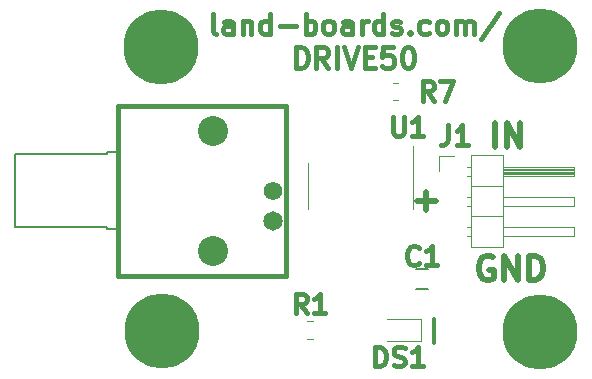
<source format=gto>
%TF.GenerationSoftware,KiCad,Pcbnew,(6.0.1)*%
%TF.CreationDate,2022-07-06T10:53:35-04:00*%
%TF.ProjectId,DRIVE50,44524956-4535-4302-9e6b-696361645f70,1*%
%TF.SameCoordinates,Original*%
%TF.FileFunction,Legend,Top*%
%TF.FilePolarity,Positive*%
%FSLAX46Y46*%
G04 Gerber Fmt 4.6, Leading zero omitted, Abs format (unit mm)*
G04 Created by KiCad (PCBNEW (6.0.1)) date 2022-07-06 10:53:35*
%MOMM*%
%LPD*%
G01*
G04 APERTURE LIST*
%ADD10C,0.350000*%
%ADD11C,0.508000*%
%ADD12C,0.437500*%
%ADD13C,0.381000*%
%ADD14C,0.120000*%
%ADD15C,0.150000*%
%ADD16C,2.540000*%
%ADD17C,1.574800*%
%ADD18C,1.651000*%
%ADD19C,6.350000*%
G04 APERTURE END LIST*
D10*
X143250000Y-115250000D02*
X143250000Y-117250000D01*
D11*
X141833904Y-105264142D02*
X143382095Y-105264142D01*
X142608000Y-106038238D02*
X142608000Y-104490047D01*
X148435619Y-100704238D02*
X148435619Y-98672238D01*
X149403238Y-100704238D02*
X149403238Y-98672238D01*
X150564380Y-100704238D01*
X150564380Y-98672238D01*
X148201809Y-109984000D02*
X148008285Y-109887238D01*
X147718000Y-109887238D01*
X147427714Y-109984000D01*
X147234190Y-110177523D01*
X147137428Y-110371047D01*
X147040666Y-110758095D01*
X147040666Y-111048380D01*
X147137428Y-111435428D01*
X147234190Y-111628952D01*
X147427714Y-111822476D01*
X147718000Y-111919238D01*
X147911523Y-111919238D01*
X148201809Y-111822476D01*
X148298571Y-111725714D01*
X148298571Y-111048380D01*
X147911523Y-111048380D01*
X149169428Y-111919238D02*
X149169428Y-109887238D01*
X150330571Y-111919238D01*
X150330571Y-109887238D01*
X151298190Y-111919238D02*
X151298190Y-109887238D01*
X151782000Y-109887238D01*
X152072285Y-109984000D01*
X152265809Y-110177523D01*
X152362571Y-110371047D01*
X152459333Y-110758095D01*
X152459333Y-111048380D01*
X152362571Y-111435428D01*
X152265809Y-111628952D01*
X152072285Y-111822476D01*
X151782000Y-111919238D01*
X151298190Y-111919238D01*
D12*
X124791666Y-91132916D02*
X124625000Y-91049583D01*
X124541666Y-90882916D01*
X124541666Y-89382916D01*
X126208333Y-91132916D02*
X126208333Y-90216250D01*
X126125000Y-90049583D01*
X125958333Y-89966250D01*
X125625000Y-89966250D01*
X125458333Y-90049583D01*
X126208333Y-91049583D02*
X126041666Y-91132916D01*
X125625000Y-91132916D01*
X125458333Y-91049583D01*
X125375000Y-90882916D01*
X125375000Y-90716250D01*
X125458333Y-90549583D01*
X125625000Y-90466250D01*
X126041666Y-90466250D01*
X126208333Y-90382916D01*
X127041666Y-89966250D02*
X127041666Y-91132916D01*
X127041666Y-90132916D02*
X127125000Y-90049583D01*
X127291666Y-89966250D01*
X127541666Y-89966250D01*
X127708333Y-90049583D01*
X127791666Y-90216250D01*
X127791666Y-91132916D01*
X129375000Y-91132916D02*
X129375000Y-89382916D01*
X129375000Y-91049583D02*
X129208333Y-91132916D01*
X128875000Y-91132916D01*
X128708333Y-91049583D01*
X128625000Y-90966250D01*
X128541666Y-90799583D01*
X128541666Y-90299583D01*
X128625000Y-90132916D01*
X128708333Y-90049583D01*
X128875000Y-89966250D01*
X129208333Y-89966250D01*
X129375000Y-90049583D01*
X130208333Y-90466250D02*
X131541666Y-90466250D01*
X132375000Y-91132916D02*
X132375000Y-89382916D01*
X132375000Y-90049583D02*
X132541666Y-89966250D01*
X132875000Y-89966250D01*
X133041666Y-90049583D01*
X133125000Y-90132916D01*
X133208333Y-90299583D01*
X133208333Y-90799583D01*
X133125000Y-90966250D01*
X133041666Y-91049583D01*
X132875000Y-91132916D01*
X132541666Y-91132916D01*
X132375000Y-91049583D01*
X134208333Y-91132916D02*
X134041666Y-91049583D01*
X133958333Y-90966250D01*
X133875000Y-90799583D01*
X133875000Y-90299583D01*
X133958333Y-90132916D01*
X134041666Y-90049583D01*
X134208333Y-89966250D01*
X134458333Y-89966250D01*
X134625000Y-90049583D01*
X134708333Y-90132916D01*
X134791666Y-90299583D01*
X134791666Y-90799583D01*
X134708333Y-90966250D01*
X134625000Y-91049583D01*
X134458333Y-91132916D01*
X134208333Y-91132916D01*
X136291666Y-91132916D02*
X136291666Y-90216250D01*
X136208333Y-90049583D01*
X136041666Y-89966250D01*
X135708333Y-89966250D01*
X135541666Y-90049583D01*
X136291666Y-91049583D02*
X136125000Y-91132916D01*
X135708333Y-91132916D01*
X135541666Y-91049583D01*
X135458333Y-90882916D01*
X135458333Y-90716250D01*
X135541666Y-90549583D01*
X135708333Y-90466250D01*
X136125000Y-90466250D01*
X136291666Y-90382916D01*
X137125000Y-91132916D02*
X137125000Y-89966250D01*
X137125000Y-90299583D02*
X137208333Y-90132916D01*
X137291666Y-90049583D01*
X137458333Y-89966250D01*
X137625000Y-89966250D01*
X138958333Y-91132916D02*
X138958333Y-89382916D01*
X138958333Y-91049583D02*
X138791666Y-91132916D01*
X138458333Y-91132916D01*
X138291666Y-91049583D01*
X138208333Y-90966250D01*
X138125000Y-90799583D01*
X138125000Y-90299583D01*
X138208333Y-90132916D01*
X138291666Y-90049583D01*
X138458333Y-89966250D01*
X138791666Y-89966250D01*
X138958333Y-90049583D01*
X139708333Y-91049583D02*
X139875000Y-91132916D01*
X140208333Y-91132916D01*
X140375000Y-91049583D01*
X140458333Y-90882916D01*
X140458333Y-90799583D01*
X140375000Y-90632916D01*
X140208333Y-90549583D01*
X139958333Y-90549583D01*
X139791666Y-90466250D01*
X139708333Y-90299583D01*
X139708333Y-90216250D01*
X139791666Y-90049583D01*
X139958333Y-89966250D01*
X140208333Y-89966250D01*
X140375000Y-90049583D01*
X141208333Y-90966250D02*
X141291666Y-91049583D01*
X141208333Y-91132916D01*
X141125000Y-91049583D01*
X141208333Y-90966250D01*
X141208333Y-91132916D01*
X142791666Y-91049583D02*
X142625000Y-91132916D01*
X142291666Y-91132916D01*
X142125000Y-91049583D01*
X142041666Y-90966250D01*
X141958333Y-90799583D01*
X141958333Y-90299583D01*
X142041666Y-90132916D01*
X142125000Y-90049583D01*
X142291666Y-89966250D01*
X142625000Y-89966250D01*
X142791666Y-90049583D01*
X143791666Y-91132916D02*
X143625000Y-91049583D01*
X143541666Y-90966250D01*
X143458333Y-90799583D01*
X143458333Y-90299583D01*
X143541666Y-90132916D01*
X143625000Y-90049583D01*
X143791666Y-89966250D01*
X144041666Y-89966250D01*
X144208333Y-90049583D01*
X144291666Y-90132916D01*
X144375000Y-90299583D01*
X144375000Y-90799583D01*
X144291666Y-90966250D01*
X144208333Y-91049583D01*
X144041666Y-91132916D01*
X143791666Y-91132916D01*
X145125000Y-91132916D02*
X145125000Y-89966250D01*
X145125000Y-90132916D02*
X145208333Y-90049583D01*
X145375000Y-89966250D01*
X145625000Y-89966250D01*
X145791666Y-90049583D01*
X145875000Y-90216250D01*
X145875000Y-91132916D01*
X145875000Y-90216250D02*
X145958333Y-90049583D01*
X146125000Y-89966250D01*
X146375000Y-89966250D01*
X146541666Y-90049583D01*
X146625000Y-90216250D01*
X146625000Y-91132916D01*
X148708333Y-89299583D02*
X147208333Y-91549583D01*
X131541666Y-93950416D02*
X131541666Y-92200416D01*
X131958333Y-92200416D01*
X132208333Y-92283750D01*
X132375000Y-92450416D01*
X132458333Y-92617083D01*
X132541666Y-92950416D01*
X132541666Y-93200416D01*
X132458333Y-93533750D01*
X132375000Y-93700416D01*
X132208333Y-93867083D01*
X131958333Y-93950416D01*
X131541666Y-93950416D01*
X134291666Y-93950416D02*
X133708333Y-93117083D01*
X133291666Y-93950416D02*
X133291666Y-92200416D01*
X133958333Y-92200416D01*
X134125000Y-92283750D01*
X134208333Y-92367083D01*
X134291666Y-92533750D01*
X134291666Y-92783750D01*
X134208333Y-92950416D01*
X134125000Y-93033750D01*
X133958333Y-93117083D01*
X133291666Y-93117083D01*
X135041666Y-93950416D02*
X135041666Y-92200416D01*
X135625000Y-92200416D02*
X136208333Y-93950416D01*
X136791666Y-92200416D01*
X137375000Y-93033750D02*
X137958333Y-93033750D01*
X138208333Y-93950416D02*
X137375000Y-93950416D01*
X137375000Y-92200416D01*
X138208333Y-92200416D01*
X139791666Y-92200416D02*
X138958333Y-92200416D01*
X138875000Y-93033750D01*
X138958333Y-92950416D01*
X139125000Y-92867083D01*
X139541666Y-92867083D01*
X139708333Y-92950416D01*
X139791666Y-93033750D01*
X139875000Y-93200416D01*
X139875000Y-93617083D01*
X139791666Y-93783750D01*
X139708333Y-93867083D01*
X139541666Y-93950416D01*
X139125000Y-93950416D01*
X138958333Y-93867083D01*
X138875000Y-93783750D01*
X140958333Y-92200416D02*
X141125000Y-92200416D01*
X141291666Y-92283750D01*
X141375000Y-92367083D01*
X141458333Y-92533750D01*
X141541666Y-92867083D01*
X141541666Y-93283750D01*
X141458333Y-93617083D01*
X141375000Y-93783750D01*
X141291666Y-93867083D01*
X141125000Y-93950416D01*
X140958333Y-93950416D01*
X140791666Y-93867083D01*
X140708333Y-93783750D01*
X140625000Y-93617083D01*
X140541666Y-93283750D01*
X140541666Y-92867083D01*
X140625000Y-92533750D01*
X140708333Y-92367083D01*
X140791666Y-92283750D01*
X140958333Y-92200416D01*
D13*
%TO.C,U1*%
X139742095Y-98095880D02*
X139742095Y-99432404D01*
X139820714Y-99589642D01*
X139899333Y-99668261D01*
X140056571Y-99746880D01*
X140371047Y-99746880D01*
X140528285Y-99668261D01*
X140606904Y-99589642D01*
X140685523Y-99432404D01*
X140685523Y-98095880D01*
X142336523Y-99746880D02*
X141393095Y-99746880D01*
X141864809Y-99746880D02*
X141864809Y-98095880D01*
X141707571Y-98331738D01*
X141550333Y-98488976D01*
X141393095Y-98567595D01*
%TO.C,C1*%
X141951833Y-110534642D02*
X141873214Y-110613261D01*
X141637357Y-110691880D01*
X141480119Y-110691880D01*
X141244261Y-110613261D01*
X141087023Y-110456023D01*
X141008404Y-110298785D01*
X140929785Y-109984309D01*
X140929785Y-109748452D01*
X141008404Y-109433976D01*
X141087023Y-109276738D01*
X141244261Y-109119500D01*
X141480119Y-109040880D01*
X141637357Y-109040880D01*
X141873214Y-109119500D01*
X141951833Y-109198119D01*
X143524214Y-110691880D02*
X142580785Y-110691880D01*
X143052500Y-110691880D02*
X143052500Y-109040880D01*
X142895261Y-109276738D01*
X142738023Y-109433976D01*
X142580785Y-109512595D01*
%TO.C,DS1*%
X138245214Y-119246880D02*
X138245214Y-117595880D01*
X138638309Y-117595880D01*
X138874166Y-117674500D01*
X139031404Y-117831738D01*
X139110023Y-117988976D01*
X139188642Y-118303452D01*
X139188642Y-118539309D01*
X139110023Y-118853785D01*
X139031404Y-119011023D01*
X138874166Y-119168261D01*
X138638309Y-119246880D01*
X138245214Y-119246880D01*
X139817595Y-119168261D02*
X140053452Y-119246880D01*
X140446547Y-119246880D01*
X140603785Y-119168261D01*
X140682404Y-119089642D01*
X140761023Y-118932404D01*
X140761023Y-118775166D01*
X140682404Y-118617928D01*
X140603785Y-118539309D01*
X140446547Y-118460690D01*
X140132071Y-118382071D01*
X139974833Y-118303452D01*
X139896214Y-118224833D01*
X139817595Y-118067595D01*
X139817595Y-117910357D01*
X139896214Y-117753119D01*
X139974833Y-117674500D01*
X140132071Y-117595880D01*
X140525166Y-117595880D01*
X140761023Y-117674500D01*
X142333404Y-119246880D02*
X141389976Y-119246880D01*
X141861690Y-119246880D02*
X141861690Y-117595880D01*
X141704452Y-117831738D01*
X141547214Y-117988976D01*
X141389976Y-118067595D01*
%TO.C,R1*%
X132473833Y-114746880D02*
X131923500Y-113960690D01*
X131530404Y-114746880D02*
X131530404Y-113095880D01*
X132159357Y-113095880D01*
X132316595Y-113174500D01*
X132395214Y-113253119D01*
X132473833Y-113410357D01*
X132473833Y-113646214D01*
X132395214Y-113803452D01*
X132316595Y-113882071D01*
X132159357Y-113960690D01*
X131530404Y-113960690D01*
X134046214Y-114746880D02*
X133102785Y-114746880D01*
X133574500Y-114746880D02*
X133574500Y-113095880D01*
X133417261Y-113331738D01*
X133260023Y-113488976D01*
X133102785Y-113567595D01*
%TO.C,R7*%
X143224833Y-96746880D02*
X142674500Y-95960690D01*
X142281404Y-96746880D02*
X142281404Y-95095880D01*
X142910357Y-95095880D01*
X143067595Y-95174500D01*
X143146214Y-95253119D01*
X143224833Y-95410357D01*
X143224833Y-95646214D01*
X143146214Y-95803452D01*
X143067595Y-95882071D01*
X142910357Y-95960690D01*
X142281404Y-95960690D01*
X143775166Y-95095880D02*
X144875833Y-95095880D01*
X144168261Y-96746880D01*
%TO.C,J1*%
X144449666Y-98845880D02*
X144449666Y-100025166D01*
X144371047Y-100261023D01*
X144213809Y-100418261D01*
X143977952Y-100496880D01*
X143820714Y-100496880D01*
X146100666Y-100496880D02*
X145157238Y-100496880D01*
X145628952Y-100496880D02*
X145628952Y-98845880D01*
X145471714Y-99081738D01*
X145314476Y-99238976D01*
X145157238Y-99317595D01*
D14*
%TO.C,U1*%
X132585000Y-104000000D02*
X132585000Y-102050000D01*
X141455000Y-104000000D02*
X141455000Y-105950000D01*
X132585000Y-104000000D02*
X132585000Y-105950000D01*
X141455000Y-104000000D02*
X141455000Y-100550000D01*
D13*
%TO.C,PB1*%
X116489460Y-97189940D02*
X130690600Y-97189940D01*
X130690600Y-111589200D02*
X116489460Y-111589200D01*
X130708380Y-111589200D02*
X130708380Y-97189940D01*
X116494540Y-111594280D02*
X116494540Y-97195020D01*
D15*
%TO.C,C1*%
X141727000Y-112700000D02*
X142727000Y-112700000D01*
X142727000Y-111000000D02*
X141727000Y-111000000D01*
D14*
%TO.C,DS1*%
X142102000Y-117128000D02*
X142102000Y-115208000D01*
X139242000Y-117128000D02*
X142102000Y-117128000D01*
X142102000Y-115208000D02*
X139242000Y-115208000D01*
%TO.C,R1*%
X132521936Y-116903000D02*
X132976064Y-116903000D01*
X132521936Y-115433000D02*
X132976064Y-115433000D01*
D15*
%TO.C,PA1*%
X115567000Y-107657000D02*
X115567000Y-107457000D01*
X115567000Y-101257000D02*
X107767000Y-101257000D01*
X115567000Y-101057000D02*
X115567000Y-101257000D01*
X107767000Y-101257000D02*
X107767000Y-107457000D01*
X116467000Y-107657000D02*
X115567000Y-107657000D01*
X115567000Y-107457000D02*
X112367000Y-107457000D01*
X115567000Y-101257000D02*
X112367000Y-101257000D01*
X116467000Y-101057000D02*
X115567000Y-101057000D01*
X115567000Y-107457000D02*
X107767000Y-107457000D01*
D14*
%TO.C,R7*%
X140227064Y-95265000D02*
X139772936Y-95265000D01*
X140227064Y-96735000D02*
X139772936Y-96735000D01*
%TO.C,J1*%
X146006929Y-108181000D02*
X146404000Y-108181000D01*
X149064000Y-109131000D02*
X149064000Y-101391000D01*
X149064000Y-103001000D02*
X155064000Y-103001000D01*
X149064000Y-107421000D02*
X155064000Y-107421000D01*
X155064000Y-105641000D02*
X149064000Y-105641000D01*
X149064000Y-101391000D02*
X146404000Y-101391000D01*
X146404000Y-106531000D02*
X149064000Y-106531000D01*
X149064000Y-102341000D02*
X155064000Y-102341000D01*
X143694000Y-101451000D02*
X144964000Y-101451000D01*
X155064000Y-107421000D02*
X155064000Y-108181000D01*
X149064000Y-104881000D02*
X155064000Y-104881000D01*
X146074000Y-102341000D02*
X146404000Y-102341000D01*
X155064000Y-108181000D02*
X149064000Y-108181000D01*
X146074000Y-103101000D02*
X146404000Y-103101000D01*
X149064000Y-102401000D02*
X155064000Y-102401000D01*
X146006929Y-105641000D02*
X146404000Y-105641000D01*
X149064000Y-102521000D02*
X155064000Y-102521000D01*
X146404000Y-103991000D02*
X149064000Y-103991000D01*
X146006929Y-104881000D02*
X146404000Y-104881000D01*
X143694000Y-102721000D02*
X143694000Y-101451000D01*
X149064000Y-102641000D02*
X155064000Y-102641000D01*
X146404000Y-101391000D02*
X146404000Y-109131000D01*
X155064000Y-102341000D02*
X155064000Y-103101000D01*
X149064000Y-102881000D02*
X155064000Y-102881000D01*
X146006929Y-107421000D02*
X146404000Y-107421000D01*
X149064000Y-102761000D02*
X155064000Y-102761000D01*
X146404000Y-109131000D02*
X149064000Y-109131000D01*
X155064000Y-103101000D02*
X149064000Y-103101000D01*
X155064000Y-104881000D02*
X155064000Y-105641000D01*
%TD*%
D16*
%TO.C,PB1*%
X124493000Y-109481000D03*
X124493000Y-99321000D03*
D17*
X129573000Y-104401000D03*
D18*
X129573000Y-106941000D03*
%TD*%
D19*
%TO.C,MTG1*%
X120123000Y-92250000D03*
%TD*%
%TO.C,MTG4*%
X152248000Y-116377000D03*
%TD*%
%TO.C,MTG2*%
X152248000Y-92123000D03*
%TD*%
%TO.C,MTG3*%
X120250000Y-116250000D03*
%TD*%
M02*

</source>
